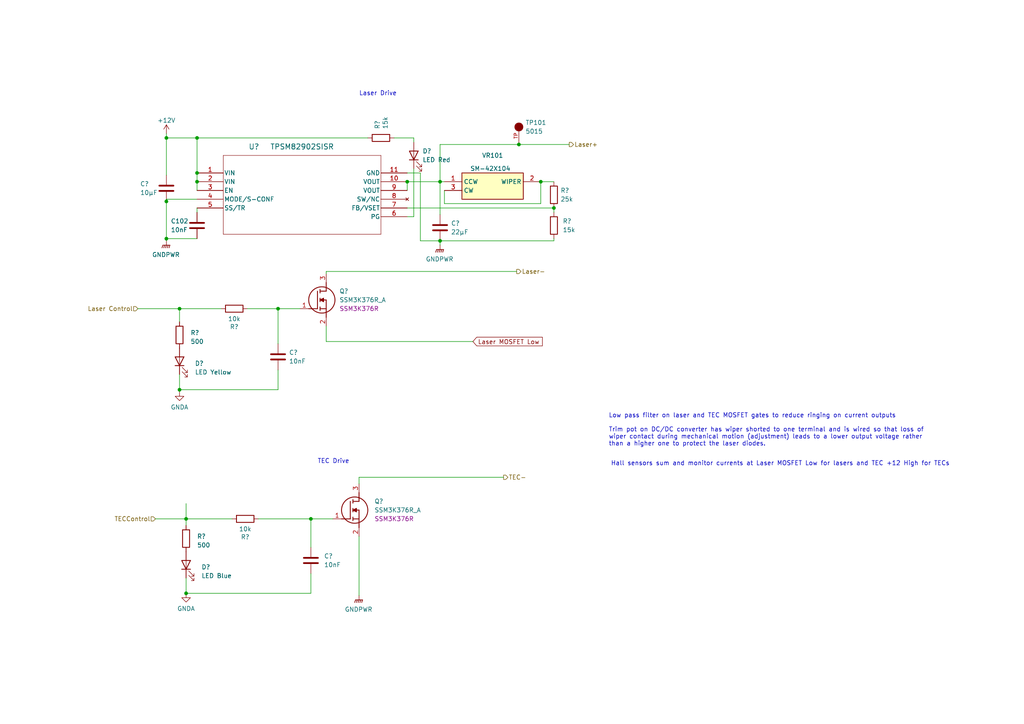
<source format=kicad_sch>
(kicad_sch (version 20230121) (generator eeschema)
  (paper "A4")
  (title_block (rev "NT-0110A"))
  (lib_symbols
    (symbol "Device:C" (pin_numbers hide) (pin_names (offset 0.254))
      (property "Reference" "C" (at 0.635 2.54 0))
      (property "Value" "C" (at 0.635 -2.54 0))
      (symbol "C_0_1"
        (polyline (pts (xy -2.032 -0.762) (xy 2.032 -0.762)) (stroke (width 0.508)))
        (polyline (pts (xy -2.032 0.762) (xy 2.032 0.762)) (stroke (width 0.508)))
      )
      (symbol "C_1_1"
        (pin passive line (at 0 3.81 270) (length 2.794) (name "~") (number "1"))
        (pin passive line (at 0 -3.81 90) (length 2.794) (name "~") (number "2"))
      )
    )
    (symbol "Device:LED" (pin_numbers hide) (pin_names (offset 1.016) hide)
      (property "Reference" "D" (at 0 2.54 0))
      (property "Value" "LED" (at 0 -2.54 0))
      (symbol "LED_0_1"
        (polyline (pts (xy -1.27 -1.27) (xy -1.27 1.27)) (stroke (width 0.254)))
        (polyline (pts (xy -1.27 0) (xy 1.27 0)))
        (polyline (pts (xy 1.27 -1.27) (xy 1.27 1.27) (xy -1.27 0) (xy 1.27 -1.27)) (stroke (width 0.254)))
        (polyline (pts (xy -3.048 -0.762) (xy -4.572 -2.286) (xy -3.81 -2.286) (xy -4.572 -2.286) (xy -4.572 -1.524)))
        (polyline (pts (xy -1.778 -0.762) (xy -3.302 -2.286) (xy -2.54 -2.286) (xy -3.302 -2.286) (xy -3.302 -1.524)))
      )
      (symbol "LED_1_1"
        (pin passive line (at -3.81 0 0) (length 2.54) (name "K") (number "1"))
        (pin passive line (at 3.81 0 180) (length 2.54) (name "A") (number "2"))
      )
    )
    (symbol "Device:R" (pin_numbers hide) (pin_names (offset 0))
      (property "Reference" "R" (at 2.032 0 90))
      (property "Value" "R" (at 0 0 90))
      (symbol "R_0_1"
        (rectangle (start -1.016 -2.54) (end 1.016 2.54) (stroke (width 0.254)))
      )
      (symbol "R_1_1"
        (pin passive line (at 0 3.81 270) (length 1.27) (name "~") (number "1"))
        (pin passive line (at 0 -3.81 90) (length 1.27) (name "~") (number "2"))
      )
    )
    (symbol "Global_Symbol_Library:5015" (pin_names (offset 1.016))
      (property "Reference" "TP" (at -2.54 2.54 0))
      (property "Value" "5015" (at -2.54 -3.81 0))
      (symbol "5015_0_0"
        (circle (center 0 0) (radius 0.635) (stroke (width 1.27)))
        (pin passive line (at -5.08 0 0) (length 5.08) (name "~") (number "TP"))
      )
    )
    (symbol "Global_Symbol_Library:SM-42X104"
      (property "Reference" "VR" (at 24.13 7.62 0))
      (property "Value" "SM-42X104" (at 24.13 5.08 0))
      (symbol "SM-42X104_1_1"
        (rectangle (start 5.08 2.54) (end 22.86 -5.08) (stroke (width 0.254)) (fill (type background)))
        (pin passive line (at 0 0 0) (length 5.08) (name "CCW") (number "1"))
        (pin passive line (at 27.94 0 180) (length 5.08) (name "WIPER") (number "2"))
        (pin passive line (at 0 -2.54 0) (length 5.08) (name "CW") (number "3"))
      )
    )
    (symbol "Global_Symbol_Library:SSM3K376R_A" (pin_names hide)
      (property "Reference" "Q7" (at 10.922 4.6431 0))
      (property "Value" "SSM3K376R_A" (at 10.922 2.1062 0))
      (property "Value_1" "SSM3K376R" (at 10.922 -0.4307 0))
      (symbol "SSM3K376R_A_1_1"
        (polyline (pts (xy 2.54 0) (xy 5.08 0)) (stroke (width 0.254)))
        (polyline (pts (xy 5.08 5.08) (xy 5.08 0)) (stroke (width 0.254)))
        (polyline (pts (xy 5.842 -0.508) (xy 5.842 0.508)) (stroke (width 0.254)))
        (polyline (pts (xy 5.842 0) (xy 7.62 0)) (stroke (width 0.254)))
        (polyline (pts (xy 5.842 2.032) (xy 5.842 3.048)) (stroke (width 0.254)))
        (polyline (pts (xy 5.842 5.588) (xy 5.842 4.572)) (stroke (width 0.254)))
        (polyline (pts (xy 7.62 2.54) (xy 5.842 2.54)) (stroke (width 0.254)))
        (polyline (pts (xy 7.62 2.54) (xy 7.62 -2.54)) (stroke (width 0.254)))
        (polyline (pts (xy 7.62 5.08) (xy 5.842 5.08)) (stroke (width 0.254)))
        (polyline (pts (xy 7.62 5.08) (xy 7.62 7.62)) (stroke (width 0.254)))
        (polyline (pts (xy 5.842 2.54) (xy 6.858 3.048) (xy 6.858 2.032) (xy 5.842 2.54)) (stroke (width 0.254)) (fill (type outline)))
        (circle (center 6.35 2.54) (radius 3.81) (stroke (width 0.254)))
        (pin passive line (at 0 0 0) (length 2.54) (name "G") (number "1"))
        (pin passive line (at 7.62 -5.08 90) (length 2.54) (name "S") (number "2"))
        (pin passive line (at 7.62 10.16 270) (length 2.54) (name "D") (number "3"))
      )
    )
    (symbol "Global_Symbol_Library:TPSM82902SISR_Mod" (pin_names (offset 0.254))
      (property "Reference" "U6" (at 30.48 10.16 0))
      (property "Value" "TPSM82902SISR" (at 30.48 7.62 0))
      (symbol "TPSM82902SISR_Mod_1_1"
        (polyline (pts (xy 7.62 -17.78) (xy 53.34 -17.78)) (stroke (width 0.127)))
        (polyline (pts (xy 7.62 5.08) (xy 7.62 -17.78)) (stroke (width 0.127)))
        (polyline (pts (xy 53.34 -17.78) (xy 53.34 5.08)) (stroke (width 0.127)))
        (polyline (pts (xy 53.34 5.08) (xy 7.62 5.08)) (stroke (width 0.127)))
        (pin power_in line (at 0 0 0) (length 7.62) (name "VIN") (number "1"))
        (pin output line (at 60.96 -2.54 180) (length 7.62) (name "VOUT") (number "10"))
        (pin power_in line (at 60.96 0 180) (length 7.62) (name "GND") (number "11"))
        (pin passive line (at 0 -2.54 0) (length 7.62) (name "VIN") (number "2"))
        (pin input line (at 0 -5.08 0) (length 7.62) (name "EN") (number "3"))
        (pin input line (at 0 -7.62 0) (length 7.62) (name "MODE/S-CONF") (number "4"))
        (pin input line (at 0 -10.16 0) (length 7.62) (name "SS/TR") (number "5"))
        (pin output line (at 60.96 -12.7 180) (length 7.62) (name "PG") (number "6"))
        (pin input line (at 60.96 -10.16 180) (length 7.62) (name "FB/VSET") (number "7"))
        (pin no_connect line (at 60.96 -7.62 180) (length 7.62) (name "SW/NC") (number "8"))
        (pin passive line (at 60.96 -5.08 180) (length 7.62) (name "VOUT") (number "9"))
      )
    )
    (symbol "power:+12V" (power) (pin_names (offset 0))
      (property "Value" "+12V" (at 0 3.556 0))
      (symbol "+12V_0_1"
        (polyline (pts (xy -0.762 1.27) (xy 0 2.54)))
        (polyline (pts (xy 0 0) (xy 0 2.54)))
        (polyline (pts (xy 0 2.54) (xy 0.762 1.27)))
      )
      (symbol "+12V_1_1"
        (pin power_in line (at 0 0 90) (length 0) hide (name "+12V") (number "1"))
      )
    )
    (symbol "power:GNDA" (power) (pin_names (offset 0))
      (property "Value" "GNDA" (at 0 -3.81 0))
      (symbol "GNDA_0_1"
        (polyline (pts (xy 0 0) (xy 0 -1.27) (xy 1.27 -1.27) (xy 0 -2.54) (xy -1.27 -1.27) (xy 0 -1.27)))
      )
      (symbol "GNDA_1_1"
        (pin power_in line (at 0 0 270) (length 0) hide (name "GNDA") (number "1"))
      )
    )
    (symbol "power:GNDPWR" (power) (pin_names (offset 0))
      (property "Value" "GNDPWR" (at 0 -3.302 0))
      (symbol "GNDPWR_0_1"
        (polyline (pts (xy 0 -1.27) (xy 0 0)))
        (polyline (pts (xy -1.016 -1.27) (xy -1.27 -2.032) (xy -1.27 -2.032)) (stroke (width 0.2032)))
        (polyline (pts (xy -0.508 -1.27) (xy -0.762 -2.032) (xy -0.762 -2.032)) (stroke (width 0.2032)))
        (polyline (pts (xy 0 -1.27) (xy -0.254 -2.032) (xy -0.254 -2.032)) (stroke (width 0.2032)))
        (polyline (pts (xy 0.508 -1.27) (xy 0.254 -2.032) (xy 0.254 -2.032)) (stroke (width 0.2032)))
        (polyline (pts (xy 1.016 -1.27) (xy -1.016 -1.27) (xy -1.016 -1.27)) (stroke (width 0.2032)))
        (polyline (pts (xy 1.016 -1.27) (xy 0.762 -2.032) (xy 0.762 -2.032) (xy 0.762 -2.032)) (stroke (width 0.2032)))
      )
      (symbol "GNDPWR_1_1"
        (pin power_in line (at 0 0 270) (length 0) hide (name "GNDPWR") (number "1"))
      )
    )
  )
  (junction (at 52.07 89.535))
  (junction (at 57.15 50.165))
  (junction (at 127.635 52.705))
  (junction (at 52.07 113.03))
  (junction (at 48.26 40.005))
  (junction (at 150.495 41.91))
  (junction (at 53.975 150.495))
  (junction (at 118.11 52.705))
  (junction (at 160.655 60.325))
  (junction (at 57.15 40.005))
  (junction (at 48.26 69.215))
  (junction (at 156.845 52.705))
  (junction (at 57.15 52.705))
  (junction (at 48.26 58.42))
  (junction (at 127.635 69.85))
  (junction (at 80.645 89.535))
  (junction (at 53.975 172.085))
  (junction (at 90.17 150.495))
  (wire (pts (xy 52.07 89.535) (xy 52.07 93.345)))
  (wire (pts (xy 57.15 52.705) (xy 57.15 55.245)))
  (wire (pts (xy 149.86 78.74) (xy 94.615 78.74)))
  (wire (pts (xy 57.15 40.005) (xy 57.15 50.165)))
  (wire (pts (xy 104.14 140.335) (xy 104.14 138.43)))
  (wire (pts (xy 48.26 40.005) (xy 48.26 50.8)))
  (wire (pts (xy 121.92 50.165) (xy 121.92 69.85)))
  (wire (pts (xy 118.11 60.325) (xy 160.655 60.325)))
  (wire (pts (xy 104.14 138.43) (xy 146.05 138.43)))
  (wire (pts (xy 90.17 166.37) (xy 90.17 172.085)))
  (wire (pts (xy 53.975 146.05) (xy 53.975 150.495)))
  (wire (pts (xy 150.495 41.91) (xy 165.1 41.91)))
  (wire (pts (xy 120.015 62.865) (xy 120.015 48.895)))
  (wire (pts (xy 45.085 150.495) (xy 53.975 150.495)))
  (wire (pts (xy 90.17 150.495) (xy 90.17 158.75)))
  (wire (pts (xy 80.645 89.535) (xy 80.645 99.695)))
  (wire (pts (xy 48.26 58.42) (xy 48.26 69.215)))
  (wire (pts (xy 53.975 167.64) (xy 53.975 172.085)))
  (wire (pts (xy 71.755 89.535) (xy 80.645 89.535)))
  (wire (pts (xy 74.93 150.495) (xy 90.17 150.495)))
  (wire (pts (xy 114.3 40.005) (xy 120.015 40.005)))
  (wire (pts (xy 127.635 69.85) (xy 160.655 69.85)))
  (wire (pts (xy 52.07 89.535) (xy 64.135 89.535)))
  (wire (pts (xy 90.17 150.495) (xy 96.52 150.495)))
  (wire (pts (xy 48.26 69.215) (xy 48.26 69.85)))
  (wire (pts (xy 121.92 69.85) (xy 127.635 69.85)))
  (wire (pts (xy 57.15 40.005) (xy 106.68 40.005)))
  (wire (pts (xy 52.07 113.665) (xy 52.07 113.03)))
  (wire (pts (xy 118.11 62.865) (xy 120.015 62.865)))
  (wire (pts (xy 57.15 57.785) (xy 48.26 57.785)))
  (wire (pts (xy 94.615 78.74) (xy 94.615 79.375)))
  (wire (pts (xy 57.15 50.165) (xy 57.15 52.705)))
  (wire (pts (xy 53.975 172.085) (xy 90.17 172.085)))
  (wire (pts (xy 48.26 38.735) (xy 48.26 40.005)))
  (wire (pts (xy 128.905 59.055) (xy 128.905 55.245)))
  (wire (pts (xy 80.645 113.03) (xy 52.07 113.03)))
  (wire (pts (xy 120.015 40.005) (xy 120.015 41.275)))
  (wire (pts (xy 52.07 108.585) (xy 52.07 113.03)))
  (wire (pts (xy 118.11 52.705) (xy 127.635 52.705)))
  (wire (pts (xy 94.615 94.615) (xy 94.615 99.06)))
  (wire (pts (xy 104.14 155.575) (xy 104.14 172.72)))
  (wire (pts (xy 156.845 52.705) (xy 160.655 52.705)))
  (wire (pts (xy 127.635 41.91) (xy 127.635 52.705)))
  (wire (pts (xy 118.11 50.165) (xy 121.92 50.165)))
  (wire (pts (xy 48.26 40.005) (xy 57.15 40.005)))
  (wire (pts (xy 80.645 89.535) (xy 86.995 89.535)))
  (wire (pts (xy 57.15 60.325) (xy 57.15 61.595)))
  (wire (pts (xy 127.635 52.705) (xy 127.635 62.23)))
  (wire (pts (xy 48.26 69.215) (xy 57.15 69.215)))
  (wire (pts (xy 160.655 69.85) (xy 160.655 69.215)))
  (wire (pts (xy 40.005 89.535) (xy 52.07 89.535)))
  (wire (pts (xy 127.635 71.12) (xy 127.635 69.85)))
  (wire (pts (xy 80.645 107.315) (xy 80.645 113.03)))
  (wire (pts (xy 127.635 52.705) (xy 128.905 52.705)))
  (wire (pts (xy 53.975 150.495) (xy 67.31 150.495)))
  (wire (pts (xy 128.905 59.055) (xy 156.845 59.055)))
  (wire (pts (xy 156.845 59.055) (xy 156.845 52.705)))
  (wire (pts (xy 127.635 41.91) (xy 150.495 41.91)))
  (wire (pts (xy 94.615 99.06) (xy 137.16 99.06)))
  (wire (pts (xy 53.975 150.495) (xy 53.975 152.4)))
  (wire (pts (xy 118.11 52.705) (xy 118.11 55.245)))
  (wire (pts (xy 48.26 57.785) (xy 48.26 58.42)))
  (wire (pts (xy 160.655 61.595) (xy 160.655 60.325)))
  (text "TEC Drive" (at 92.075 134.62 0) (effects (font (size 1.27 1.27)) (justify left bottom)))
  (text "Laser Drive" (at 104.14 27.94 0) (effects (font (size 1.27 1.27)) (justify left bottom)))
  (text "Hall sensors sum and monitor currents at Laser MOSFET Low for lasers and TEC +12 High for TECs" (at 177.165 135.255 0) (effects (font (size 1.27 1.27)) (justify left bottom)))
  (text "Low pass filter on laser and TEC MOSFET gates to reduce ringing on current outputs\n\nTrim pot on DC/DC converter has wiper shorted to one terminal and is wired so that loss of \nwiper contact during mechanical motion (adjustment) leads to a lower output voltage rather\nthan a higher one to protect the laser diodes." (at 176.53 129.54 0) (effects (font (size 1.27 1.27)) (justify left bottom)))
  (global_label "Laser MOSFET Low" (shape input) (at 137.16 99.06 0) (property "Intersheetrefs" "${INTERSHEET_REFS}" (effects hide)))
  (hierarchical_label "Laser Control" (shape input) (at 40.005 89.535 180))
  (hierarchical_label "Laser-" (shape output) (at 149.86 78.74 0))
  (hierarchical_label "TECControl" (shape input) (at 45.085 150.495 180))
  (hierarchical_label "TEC-" (shape output) (at 146.05 138.43 0))
  (hierarchical_label "Laser+" (shape output) (at 165.1 41.91 0))
  (symbol (lib_id "Global_Symbol_Library:TPSM82902SISR_Mod") (at 57.15 50.165 0) (unit 1)
    (property "Reference" "U?" (at 73.66 42.545 0) (effects (font (size 1.524 1.524))))
    (property "Value" "TPSM82902SISR" (at 87.63 42.545 0) (effects (font (size 1.524 1.524))))
    (property "Footprint" "Global_Footprint_Library:uSIP11_SIS_TEX_Mod" (effects hide))
    (property "Datasheet" "https://www.ti.com/lit/ds/symlink/tpsm82902.pdf" (effects hide))
    (property "DESCRIPTION" "3-V TO 17-V, 2-A HIGH EFFICIENCY" (effects hide))
    (property "Digikey_Part_Number" "296-TPSM82902SISRCT-ND" (effects hide))
    (property "Manufacturer Part Number" "TPSM82902SISR" (effects hide))
    (property "PRICE" "3.678" (effects hide))
    (property "Manufacturer_Name" "Texas Instruments" (effects hide))
    (instances (project "HSHS Interface Board 0110A" (path "" (reference "U?") (unit 1)) (path "" (reference "U101") (unit 1)) (path "" (reference "U201") (unit 1)) (path "" (reference "U301") (unit 1)) (path "" (reference "U401") (unit 1))))
  )
  (symbol (lib_id "power:GNDPWR") (at 127.635 71.12 0) (unit 1)
    (property "Reference" "#PWR?" (effects hide))
    (property "Value" "GNDPWR" (at 127.508 75.157 0))
    (instances (project "uniboard_hall_sensor_zones_NT_0108A" (path "" (reference "#PWR?") (unit 1))) (project "HSHS Interface Board 0110A" (path "" (reference "#PWR?") (unit 1)) (path "" (reference "#PWR0203") (unit 1)) (path "" (reference "#PWR0303") (unit 1)) (path "" (reference "#PWR0403") (unit 1)) (path "" (reference "#PWR0103") (unit 1))))
  )
  (symbol (lib_id "power:GNDA") (at 53.975 172.085 0) (unit 1)
    (property "Reference" "#PWR?" (effects hide))
    (property "Value" "GNDA" (at 53.975 176.5284 0))
    (instances (project "uniboard_hall_sensor_zones_NT_0108A" (path "" (reference "#PWR?") (unit 1))) (project "HSHS Interface Board 0110A" (path "" (reference "#PWR?") (unit 1)) (path "" (reference "#PWR0205") (unit 1)) (path "" (reference "#PWR0305") (unit 1)) (path "" (reference "#PWR0405") (unit 1)) (path "" (reference "#PWR0105") (unit 1))))
  )
  (symbol (lib_id "Device:R") (at 67.945 89.535 90) (unit 1)
    (property "Reference" "R?" (at 67.945 94.7928 90))
    (property "Value" "10k" (at 67.945 92.4814 90))
    (property "Footprint" "Global_Footprint_Library:R_0603_1608Metric_Small_Font" (effects hide))
    (property "Manufacturer Part Number" "RMCF0603FT10K0" (effects hide))
    (property "Price Unit 1" ".1" (effects hide))
    (property "Description" "RES 499 OHM 1% 1/10W 0603" (effects hide))
    (property "Digikey_Part_Number" "RMCF0603FT10K0CT-ND" (effects hide))
    (property "Digikey_Price/Stock" "https://www.digikey.com/en/products/detail/yageo/RC0603FR-10499RL/14008359" (effects hide))
    (property "Manufacturer_Name" "Yageo" (effects hide))
    (property "Manufacturer_Part_Number" "RC0603FR-10499RL" (effects hide))
    (property "DESCRIPTION" "RES 10K OHM 1% 1/10W 0603" (effects hide))
    (property "PRICE" "0.0075" (effects hide))
    (instances (project "uniboard_hall_sensor_zones_NT_0108A" (path "" (reference "R?") (unit 1)) (path "" (reference "R?") (unit 1)) (path "" (reference "R?") (unit 1)) (path "" (reference "R?") (unit 1)) (path "" (reference "R?") (unit 1)) (path "" (reference "R?") (unit 1)) (path "" (reference "R?") (unit 1)) (path "" (reference "R?") (unit 1))) (project "HSHS Interface Board 0110A" (path "" (reference "R?") (unit 1)) (path "" (reference "R104") (unit 1)) (path "" (reference "R204") (unit 1)) (path "" (reference "R304") (unit 1)) (path "" (reference "R404") (unit 1))))
  )
  (symbol (lib_id "Device:C") (at 48.26 54.61 0) (unit 1)
    (property "Reference" "C?" (at 40.64 53.34 0) (effects (justify left)))
    (property "Value" "10µF" (at 40.64 55.88 0) (effects (justify left)))
    (property "Footprint" "Capacitor_SMD:C_0805_2012Metric" (effects hide))
    (property "Digikey_Part_Number" "1276-1096-1-ND" (effects hide))
    (property "DESCRIPTION" "CAP CER 10UF 16V X5R 0805" (effects hide))
    (property "Manufacturer Part Number" "CL21A106KOQNNNE" (effects hide))
    (property "PRICE" "0.07" (effects hide))
    (instances (project "HSHS Interface Board 0110A" (path "" (reference "C?") (unit 1)) (path "" (reference "C101") (unit 1)) (path "" (reference "C201") (unit 1)) (path "" (reference "C301") (unit 1)) (path "" (reference "C401") (unit 1))))
  )
  (symbol (lib_id "power:+12V") (at 48.26 38.735 0) (unit 1)
    (property "Reference" "#PWR?" (effects hide))
    (property "Value" "+12V" (at 48.26 34.925 0))
    (instances (project "HSHS Interface Board 0110A" (path "" (reference "#PWR?") (unit 1)) (path "" (reference "#PWR0201") (unit 1)) (path "" (reference "#PWR0301") (unit 1)) (path "" (reference "#PWR0401") (unit 1)) (path "" (reference "#PWR0101") (unit 1))))
  )
  (symbol (lib_id "power:GNDPWR") (at 104.14 172.72 0) (unit 1)
    (property "Reference" "#PWR?" (effects hide))
    (property "Value" "GNDPWR" (at 104.013 176.757 0))
    (instances (project "uniboard_hall_sensor_zones_NT_0108A" (path "" (reference "#PWR?") (unit 1))) (project "HSHS Interface Board 0110A" (path "" (reference "#PWR?") (unit 1)) (path "" (reference "#PWR0206") (unit 1)) (path "" (reference "#PWR0306") (unit 1)) (path "" (reference "#PWR0406") (unit 1)) (path "" (reference "#PWR0106") (unit 1))))
  )
  (symbol (lib_id "Device:R") (at 71.12 150.495 90) (unit 1)
    (property "Reference" "R?" (at 71.12 155.7528 90))
    (property "Value" "10k" (at 71.12 153.4414 90))
    (property "Footprint" "Global_Footprint_Library:R_0603_1608Metric_Small_Font" (effects hide))
    (property "Manufacturer Part Number" "RMCF0603FT10K0" (effects hide))
    (property "Price Unit 1" ".1" (effects hide))
    (property "Description" "RES 499 OHM 1% 1/10W 0603" (effects hide))
    (property "Digikey_Part_Number" "RMCF0603FT10K0CT-ND" (effects hide))
    (property "Digikey_Price/Stock" "https://www.digikey.com/en/products/detail/yageo/RC0603FR-10499RL/14008359" (effects hide))
    (property "Manufacturer_Name" "Yageo" (effects hide))
    (property "Manufacturer_Part_Number" "RC0603FR-10499RL" (effects hide))
    (property "DESCRIPTION" "RES 10K OHM 1% 1/10W 0603" (effects hide))
    (property "PRICE" "0.0075" (effects hide))
    (instances (project "uniboard_hall_sensor_zones_NT_0108A" (path "" (reference "R?") (unit 1)) (path "" (reference "R?") (unit 1)) (path "" (reference "R?") (unit 1)) (path "" (reference "R?") (unit 1)) (path "" (reference "R?") (unit 1)) (path "" (reference "R?") (unit 1)) (path "" (reference "R?") (unit 1)) (path "" (reference "R?") (unit 1))) (project "HSHS Interface Board 0110A" (path "" (reference "R?") (unit 1)) (path "" (reference "R106") (unit 1)) (path "" (reference "R206") (unit 1)) (path "" (reference "R306") (unit 1)) (path "" (reference "R406") (unit 1))))
  )
  (symbol (lib_id "Device:R") (at 110.49 40.005 90) (unit 1)
    (property "Reference" "R?" (at 109.4486 37.465 0) (effects (justify left)))
    (property "Value" "15k" (at 111.76 37.465 0) (effects (justify left)))
    (property "Footprint" "Global_Footprint_Library:R_0603_1608Metric_Small_Font" (effects hide))
    (property "Description" "RES 2.2K OHM 1% 1/10W 0603" (effects hide))
    (property "Manufacturer Part Number" "RC0603FR-0715KL" (effects hide))
    (property "Price Unit 1" ".1" (effects hide))
    (property "Digikey_Part_Number" "311-15.0KHRCT-ND" (effects hide))
    (property "Digikey_Price/Stock" "https://www.digikey.com/en/products/detail/yageo/RC0603FR-132K2L/13694214" (effects hide))
    (property "Manufacturer_Name" "Yageo" (effects hide))
    (property "Manufacturer_Part_Number" "RC0603FR-132K2L" (effects hide))
    (property "DESCRIPTION" "RES 15K OHM 1% 1/10W 0603" (effects hide))
    (property "PRICE" "0.0093" (effects hide))
    (instances (project "uniboard_hall_sensor_zones_NT_0108A" (path "" (reference "R?") (unit 1))) (project "HSHS Interface Board 0110A" (path "" (reference "R?") (unit 1)) (path "" (reference "R201") (unit 1)) (path "" (reference "R301") (unit 1)) (path "" (reference "R401") (unit 1)) (path "" (reference "R101") (unit 1))))
  )
  (symbol (lib_id "Device:C") (at 90.17 162.56 0) (unit 1)
    (property "Reference" "C?" (at 93.98 161.29 0) (effects (justify left)))
    (property "Value" "10nF" (at 93.98 163.83 0) (effects (justify left)))
    (property "Footprint" "Global_Footprint_Library:C_0603_1608Metric_Small_Font" (effects hide))
    (property "Digikey_Part_Number" "399-C0603C103K3RAC7867CT-ND" (effects hide))
    (property "DESCRIPTION" "CAP CER 10000PF 25V X7R 0603" (effects hide))
    (property "Manufacturer Part Number" "C0603C103K3RAC7867" (effects hide))
    (property "PRICE" "0.0263" (effects hide))
    (instances (project "HSHS Interface Board 0110A" (path "" (reference "C?") (unit 1)) (path "" (reference "C105") (unit 1)) (path "" (reference "C205") (unit 1)) (path "" (reference "C305") (unit 1)) (path "" (reference "C405") (unit 1))))
  )
  (symbol (lib_id "Device:R") (at 52.07 97.155 0) (unit 1)
    (property "Reference" "R?" (at 55.245 96.5231 0) (effects (justify left)))
    (property "Value" "500" (at 55.245 99.06 0) (effects (justify left)))
    (property "Footprint" "Global_Footprint_Library:R_0603_1608Metric_Small_Font" (effects hide))
    (property "Description" "RES 499 OHM 1% 1/10W 0603" (effects hide))
    (property "Digikey_Part_Number" "13-RC0603FR-10499RLCT-ND" (effects hide))
    (property "Digikey_Price/Stock" "https://www.digikey.com/en/products/detail/yageo/RC0603FR-10499RL/14008359" (effects hide))
    (property "Manufacturer_Name" "Yageo" (effects hide))
    (property "Manufacturer_Part_Number" "RC0603FR-10499RL" (effects hide))
    (property "Price Unit 1" ".1" (effects hide))
    (property "DESCRIPTION" "RES 499 OHM 1% 1/10W 0603" (effects hide))
    (property "Manufacturer Part Number" "RC0603FR-10499RL" (effects hide))
    (property "PRICE" "0.0112" (effects hide))
    (instances (project "uniboard_hall_sensor_zones_NT_0108A" (path "" (reference "R?") (unit 1))) (project "HSHS Interface Board 0110A" (path "" (reference "R?") (unit 1)) (path "" (reference "R205") (unit 1)) (path "" (reference "R305") (unit 1)) (path "" (reference "R405") (unit 1)) (path "" (reference "R105") (unit 1))))
  )
  (symbol (lib_id "Device:R") (at 160.655 65.405 0) (unit 1)
    (property "Reference" "R?" (at 163.195 64.135 0) (effects (justify left)))
    (property "Value" "15k" (at 163.195 66.675 0) (effects (justify left)))
    (property "Footprint" "Global_Footprint_Library:R_0603_1608Metric_Small_Font" (effects hide))
    (property "DESCRIPTION" "RES 15K OHM 1% 1/10W 0603" (effects hide))
    (property "Digikey_Part_Number" "311-15.0KHRCT-ND" (effects hide))
    (property "Manufacturer Part Number" "RC0603FR-0715KL" (effects hide))
    (property "PRICE" "0.0093" (effects hide))
    (instances (project "HSHS Interface Board 0110A" (path "" (reference "R?") (unit 1)) (path "" (reference "R103") (unit 1)) (path "" (reference "R203") (unit 1)) (path "" (reference "R303") (unit 1)) (path "" (reference "R403") (unit 1))))
  )
  (symbol (lib_id "Global_Symbol_Library:SM-42X104") (at 128.905 52.705 0) (unit 1)
    (property "Reference" "VR101" (at 142.875 45.085 0))
    (property "Value" "SM-42X104" (at 142.24 48.895 0))
    (property "Footprint" "Global_Footprint_Library:SM42X104_Smaller_Courtyard" (effects hide))
    (property "Datasheet" "https://www.nidec-copal-electronics.com/j/catalog/trimmer/sm-42&sm-43.pdf" (effects hide))
    (property "Height" "5.6" (effects hide))
    (property "Manufacturer_Name" "NIDEC COPAL" (effects hide))
    (property "Manufacturer_Part_Number" "SM-42X104" (effects hide))
    (property "Mouser Part Number" "229-SM-42X104" (effects hide))
    (property "Mouser Price/Stock" "https://www.mouser.co.uk/ProductDetail/Nidec-Copal/SM-42X104?qs=XeJtXLiO41RrA2qtCLniIg%3D%3D" (effects hide))
    (property "DESCRIPTION" "TRIMMER 100K OHM 0.25W GW TOP" (effects hide))
    (property "Digikey_Part_Number" "SM-42TX104CT-ND" (effects hide))
    (property "Manufacturer Part Number" "SM-42TX104" (effects hide))
    (property "PRICE" "3.874" (effects hide))
    (instances (project "HSHS Interface Board 0110A" (path "" (reference "VR101") (unit 1)) (path "" (reference "VR201") (unit 1)) (path "" (reference "VR301") (unit 1)) (path "" (reference "VR401") (unit 1))))
  )
  (symbol (lib_id "Device:C") (at 80.645 103.505 0) (unit 1)
    (property "Reference" "C?" (at 83.82 102.235 0) (effects (justify left)))
    (property "Value" "10nF" (at 83.82 104.775 0) (effects (justify left)))
    (property "Footprint" "Global_Footprint_Library:C_0603_1608Metric_Small_Font" (effects hide))
    (property "Digikey_Part_Number" "399-C0603C103K3RAC7867CT-ND" (effects hide))
    (property "DESCRIPTION" "CAP CER 10000PF 25V X7R 0603" (effects hide))
    (property "Manufacturer Part Number" "C0603C103K3RAC7867" (effects hide))
    (property "PRICE" "0.0263" (effects hide))
    (instances (project "HSHS Interface Board 0110A" (path "" (reference "C?") (unit 1)) (path "" (reference "C104") (unit 1)) (path "" (reference "C204") (unit 1)) (path "" (reference "C304") (unit 1)) (path "" (reference "C404") (unit 1))))
  )
  (symbol (lib_id "Device:LED") (at 53.975 163.83 90) (unit 1)
    (property "Reference" "D?" (at 58.42 164.4681 90) (effects (justify right)))
    (property "Value" "LED Blue" (at 58.42 167.005 90) (effects (justify right)))
    (property "Footprint" "Global_Footprint_Library:AA1608 Generic Kingbrite LED" (effects hide))
    (property "Datasheet" "https://www.kingbrightusa.com/images/catalog/SPEC/AA1608QBS-D-10MAV.pdf" (effects hide))
    (property "Description" "1.6X0.8MM BLUE SMD LED" (effects hide))
    (property "Digikey_Part_Number" "754-AA1608QBS/D-10MAVCT-ND" (effects hide))
    (property "Digikey_Price/Stock" "https://www.digikey.com/en/products/detail/kingbright/AA1608QBS-D-10MAV/13997416?s=N4IgTCBcDaIOwFYAsBaAgmgjANgAwA4BFAIQGUB6AERU1wFk0A1AYQBUUA5SkAXQF8gA" (effects hide))
    (property "Manufacturer_Name" "Kingbright" (effects hide))
    (property "Manufacturer_Part_Number" "AA1608QBS/D-10MAV" (effects hide))
    (property "Price Unit 1" "0.51" (effects hide))
    (property "DESCRIPTION" "LED BLUE CLEAR 0603 SMD" (effects hide))
    (property "Manufacturer Part Number" "AA1608QBS/D-10MAV" (effects hide))
    (property "PRICE" "0.315" (effects hide))
    (instances (project "uniboard_hall_sensor_zones_NT_0108A" (path "" (reference "D?") (unit 1))) (project "HSHS Interface Board 0110A" (path "" (reference "D?") (unit 1)) (path "" (reference "D203") (unit 1)) (path "" (reference "D303") (unit 1)) (path "" (reference "D403") (unit 1)) (path "" (reference "D103") (unit 1))))
  )
  (symbol (lib_id "Device:C") (at 57.15 65.405 0) (unit 1)
    (property "Reference" "C102" (at 49.53 64.135 0) (effects (justify left)))
    (property "Value" "10nF" (at 49.53 66.675 0) (effects (justify left)))
    (property "Footprint" "Global_Footprint_Library:C_0603_1608Metric_Small_Font" (effects hide))
    (property "Digikey_Part_Number" "399-C0603C103K3RAC7867CT-ND" (effects hide))
    (property "DESCRIPTION" "CAP CER 10000PF 25V X7R 0603" (effects hide))
    (property "Manufacturer Part Number" "C0603C103K3RAC7867" (effects hide))
    (property "PRICE" "0.0263" (effects hide))
    (instances (project "HSHS Interface Board 0110A" (path "" (reference "C102") (unit 1)) (path "" (reference "C202") (unit 1)) (path "" (reference "C302") (unit 1)) (path "" (reference "C402") (unit 1))))
  )
  (symbol (lib_id "Global_Symbol_Library:SSM3K376R_A") (at 86.995 89.535 0) (unit 1)
    (property "Reference" "Q?" (at 98.425 84.455 0) (effects (justify left)))
    (property "Value" "SSM3K376R_A" (at 98.425 86.995 0) (effects (justify left)))
    (property "Footprint" "Global_Footprint_Library:SSM3K376R_Mod_A" (effects hide))
    (property "Datasheet" "https://toshiba.semicon-storage.com/info/SSM3K376R_datasheet_en_20210528.pdf?did=60463&prodName=SSM3K376R" (effects hide))
    (property "Value_1" "SSM3K376R" (at 98.425 89.535 0) (effects (justify left)))
    (property "Footprint_1" "SOTFL95P240X88-3N" (effects hide))
    (property "Datasheet_1" "https://toshiba.semicon-storage.com/info/docget.jsp?did=60463&prodName=SSM3K376R" (effects hide))
    (property "Height" ".8" (effects hide))
    (property "Manufacturer_Name" "Toshiba Semiconductor and Storage" (effects hide))
    (property "Manufacturer_Part_Number" "SSM3K376R,LF" (effects hide))
    (property "Description" "MOSFET N-CH 30V 4A SOT23F" (effects hide))
    (property "Digikey_Part_Number" "SSM3K376RLFTR-ND" (effects hide))
    (property "Digikey_Price/Stock" "https://www.digikey.com/en/products/detail/toshiba-semiconductor-and-storage/SSM3K376R-LF/9472331" (effects hide))
    (property "Price Unit 1" ".43" (effects hide))
    (property "Vendor Web Page" "https://toshiba.semicon-storage.com/us/semiconductor/product/mosfets/detail.SSM3K376R.html" (effects hide))
    (property "DESCRIPTION" "MOSFET N-CH 30V 4A SOT23F" (effects hide))
    (property "Manufacturer Part Number" "SSM3K376R,LF" (effects hide))
    (property "PRICE" "0.289" (effects hide))
    (instances (project "uniboard_hall_sensor_zones_NT_0108A" (path "" (reference "Q?") (unit 1)) (path "" (reference "Q?") (unit 1)) (path "" (reference "Q?") (unit 1)) (path "" (reference "Q?") (unit 1)) (path "" (reference "Q?") (unit 1)) (path "" (reference "Q?") (unit 1)) (path "" (reference "Q?") (unit 1)) (path "" (reference "Q?") (unit 1))) (project "HSHS Interface Board 0110A" (path "" (reference "Q?") (unit 1)) (path "" (reference "Q101") (unit 1)) (path "" (reference "Q201") (unit 1)) (path "" (reference "Q301") (unit 1)) (path "" (reference "Q401") (unit 1))))
  )
  (symbol (lib_id "power:GNDPWR") (at 48.26 69.85 0) (unit 1)
    (property "Reference" "#PWR?" (effects hide))
    (property "Value" "GNDPWR" (at 48.133 73.887 0))
    (instances (project "uniboard_hall_sensor_zones_NT_0108A" (path "" (reference "#PWR?") (unit 1))) (project "HSHS Interface Board 0110A" (path "" (reference "#PWR?") (unit 1)) (path "" (reference "#PWR0202") (unit 1)) (path "" (reference "#PWR0302") (unit 1)) (path "" (reference "#PWR0402") (unit 1)) (path "" (reference "#PWR0102") (unit 1))))
  )
  (symbol (lib_id "Device:LED") (at 120.015 45.085 90) (unit 1)
    (property "Reference" "D?" (at 122.555 43.8181 90) (effects (justify right)))
    (property "Value" "LED Red" (at 122.555 46.355 90) (effects (justify right)))
    (property "Footprint" "Global_Footprint_Library:AA1608 Generic Kingbrite LED" (effects hide))
    (property "Datasheet" "https://www.kingbrightusa.com/images/catalog/SPEC/AA1608SURSK.pdf" (effects hide))
    (property "Description" "1.6X0.8MM BLUE SMD LED" (effects hide))
    (property "Digikey_Part_Number" "754-AA1608SURSKCT-ND" (effects hide))
    (property "Digikey_Price/Stock" "https://www.digikey.com/en/products/detail/kingbright/AA1608QBS-D-10MAV/13997416?s=N4IgTCBcDaIOwFYAsBaAgmgjANgAwA4BFAIQGUB6AERU1wFk0A1AYQBUUA5SkAXQF8gA" (effects hide))
    (property "Manufacturer_Name" "Kingbright" (effects hide))
    (property "Manufacturer_Part_Number" "AA1608QBS/D-10MAV" (effects hide))
    (property "Price Unit 1" "0.51" (effects hide))
    (property "DESCRIPTION" "LED RED CLEAR 0603 SMD" (effects hide))
    (property "Manufacturer Part Number" "AA1608SURSK" (effects hide))
    (property "PRICE" "0.315" (effects hide))
    (instances (project "uniboard_hall_sensor_zones_NT_0108A" (path "" (reference "D?") (unit 1))) (project "HSHS Interface Board 0110A" (path "" (reference "D?") (unit 1)) (path "" (reference "D201") (unit 1)) (path "" (reference "D301") (unit 1)) (path "" (reference "D401") (unit 1)) (path "" (reference "D101") (unit 1))))
  )
  (symbol (lib_id "Device:R") (at 53.975 156.21 0) (unit 1)
    (property "Reference" "R?" (at 57.15 155.5781 0) (effects (justify left)))
    (property "Value" "500" (at 57.15 158.115 0) (effects (justify left)))
    (property "Footprint" "Global_Footprint_Library:R_0603_1608Metric_Small_Font" (effects hide))
    (property "Description" "RES 499 OHM 1% 1/10W 0603" (effects hide))
    (property "Digikey_Part_Number" "13-RC0603FR-10499RLCT-ND" (effects hide))
    (property "Digikey_Price/Stock" "https://www.digikey.com/en/products/detail/yageo/RC0603FR-10499RL/14008359" (effects hide))
    (property "Manufacturer_Name" "Yageo" (effects hide))
    (property "Manufacturer_Part_Number" "RC0603FR-10499RL" (effects hide))
    (property "Price Unit 1" ".1" (effects hide))
    (property "DESCRIPTION" "RES 499 OHM 1% 1/10W 0603" (effects hide))
    (property "Manufacturer Part Number" "RC0603FR-10499RL" (effects hide))
    (property "PRICE" "0.0112" (effects hide))
    (instances (project "uniboard_hall_sensor_zones_NT_0108A" (path "" (reference "R?") (unit 1))) (project "HSHS Interface Board 0110A" (path "" (reference "R?") (unit 1)) (path "" (reference "R207") (unit 1)) (path "" (reference "R307") (unit 1)) (path "" (reference "R407") (unit 1)) (path "" (reference "R107") (unit 1))))
  )
  (symbol (lib_id "power:GNDA") (at 52.07 113.665 0) (unit 1)
    (property "Reference" "#PWR?" (effects hide))
    (property "Value" "GNDA" (at 52.07 118.1084 0))
    (instances (project "uniboard_hall_sensor_zones_NT_0108A" (path "" (reference "#PWR?") (unit 1))) (project "HSHS Interface Board 0110A" (path "" (reference "#PWR?") (unit 1)) (path "" (reference "#PWR0204") (unit 1)) (path "" (reference "#PWR0304") (unit 1)) (path "" (reference "#PWR0404") (unit 1)) (path "" (reference "#PWR0104") (unit 1))))
  )
  (symbol (lib_id "Global_Symbol_Library:SSM3K376R_A") (at 96.52 150.495 0) (unit 1)
    (property "Reference" "Q?" (at 108.585 145.415 0) (effects (justify left)))
    (property "Value" "SSM3K376R_A" (at 108.585 147.955 0) (effects (justify left)))
    (property "Footprint" "Global_Footprint_Library:SSM3K376R_Mod_A" (effects hide))
    (property "Datasheet" "https://toshiba.semicon-storage.com/info/SSM3K376R_datasheet_en_20210528.pdf?did=60463&prodName=SSM3K376R" (effects hide))
    (property "Value_1" "SSM3K376R" (at 108.585 150.495 0) (effects (justify left)))
    (property "Footprint_1" "SOTFL95P240X88-3N" (effects hide))
    (property "Datasheet_1" "https://toshiba.semicon-storage.com/info/docget.jsp?did=60463&prodName=SSM3K376R" (effects hide))
    (property "Height" ".8" (effects hide))
    (property "Manufacturer_Name" "Toshiba Semiconductor and Storage" (effects hide))
    (property "Manufacturer_Part_Number" "SSM3K376R,LF" (effects hide))
    (property "Description" "MOSFET N-CH 30V 4A SOT23F" (effects hide))
    (property "Digikey_Part_Number" "SSM3K376RLFTR-ND" (effects hide))
    (property "Digikey_Price/Stock" "https://www.digikey.com/en/products/detail/toshiba-semiconductor-and-storage/SSM3K376R-LF/9472331" (effects hide))
    (property "Price Unit 1" ".43" (effects hide))
    (property "Vendor Web Page" "https://toshiba.semicon-storage.com/us/semiconductor/product/mosfets/detail.SSM3K376R.html" (effects hide))
    (property "DESCRIPTION" "MOSFET N-CH 30V 4A SOT23F" (effects hide))
    (property "Manufacturer Part Number" "SSM3K376R,LF" (effects hide))
    (property "PRICE" "0.289" (effects hide))
    (instances (project "uniboard_hall_sensor_zones_NT_0108A" (path "" (reference "Q?") (unit 1)) (path "" (reference "Q?") (unit 1)) (path "" (reference "Q?") (unit 1)) (path "" (reference "Q?") (unit 1)) (path "" (reference "Q?") (unit 1)) (path "" (reference "Q?") (unit 1)) (path "" (reference "Q?") (unit 1)) (path "" (reference "Q?") (unit 1))) (project "HSHS Interface Board 0110A" (path "" (reference "Q?") (unit 1)) (path "" (reference "Q102") (unit 1)) (path "" (reference "Q202") (unit 1)) (path "" (reference "Q302") (unit 1)) (path "" (reference "Q402") (unit 1))))
  )
  (symbol (lib_id "Device:C") (at 127.635 66.04 0) (unit 1)
    (property "Reference" "C?" (at 130.81 64.77 0) (effects (justify left)))
    (property "Value" "22µF" (at 130.81 67.31 0) (effects (justify left)))
    (property "Footprint" "Capacitor_SMD:C_0805_2012Metric" (effects hide))
    (property "Digikey_Part_Number" "445-14560-1-ND" (effects hide))
    (property "DESCRIPTION" "CAP CER 22UF 10V X7S 0805" (effects hide))
    (property "Manufacturer Part Number" "C2012X7S1A226M125AC" (effects hide))
    (property "PRICE" "0.462" (effects hide))
    (instances (project "HSHS Interface Board 0110A" (path "" (reference "C?") (unit 1)) (path "" (reference "C103") (unit 1)) (path "" (reference "C203") (unit 1)) (path "" (reference "C303") (unit 1)) (path "" (reference "C403") (unit 1))))
  )
  (symbol (lib_id "Global_Symbol_Library:5015") (at 150.495 36.83 90) (unit 1)
    (property "Reference" "TP101" (at 152.4 35.56 90) (effects (justify right)))
    (property "Value" "5015" (at 152.4 38.1 90) (effects (justify right)))
    (property "Footprint" "Global_Footprint_Library:KEYSTONE_5015" (effects hide))
    (property "Datasheet" "https://www.keyelco.com/userAssets/file/M65p55.pdf" (effects hide))
    (property "MF" "Keystone Electronics" (effects hide))
    (property "DESCRIPTION" "SMT Test Point- Micro Miniature-1000 pc Reels" (effects hide))
    (property "PACKAGE" "None" (effects hide))
    (property "PRICE" "0.3684" (effects hide))
    (property "MP" "5015" (effects hide))
    (property "AVAILABILITY" "In Stock" (effects hide))
    (property "PURCHASE-URL" "https://pricing.snapeda.com/search/part/5015/?ref=eda" (effects hide))
    (property "Digikey_Part_Number" "36-5015CT-ND" (effects hide))
    (property "Manufacturer Part Number" "5015" (effects hide))
    (property "Manufacturer_Name" "Keystone Electronics" (effects hide))
    (instances (project "HSHS Interface Board 0110A" (path "" (reference "TP101") (unit 1)) (path "" (reference "TP201") (unit 1)) (path "" (reference "TP301") (unit 1)) (path "" (reference "TP401") (unit 1))))
  )
  (symbol (lib_id "Device:LED") (at 52.07 104.775 90) (unit 1)
    (property "Reference" "D?" (at 56.515 105.4131 90) (effects (justify right)))
    (property "Value" "LED Yellow" (at 56.515 107.95 90) (effects (justify right)))
    (property "Footprint" "Global_Footprint_Library:AA1608 Generic Kingbrite LED" (effects hide))
    (property "Datasheet" "https://www.kingbrightusa.com/images/catalog/SPEC/AA1608SYSK.pdf" (effects hide))
    (property "Description" "1.6X0.8MM BLUE SMD LED" (effects hide))
    (property "Digikey_Part_Number" "754-AA1608SYSKCT-ND" (effects hide))
    (property "Digikey_Price/Stock" "https://www.digikey.com/en/products/detail/kingbright/AA1608QBS-D-10MAV/13997416?s=N4IgTCBcDaIOwFYAsBaAgmgjANgAwA4BFAIQGUB6AERU1wFk0A1AYQBUUA5SkAXQF8gA" (effects hide))
    (property "Manufacturer_Name" "Kingbright" (effects hide))
    (property "Manufacturer_Part_Number" "AA1608QBS/D-10MAV" (effects hide))
    (property "Price Unit 1" "0.51" (effects hide))
    (property "DESCRIPTION" "LED YELLOW CLEAR 0603 SMD" (effects hide))
    (property "Manufacturer Part Number" "AA1608SYSK" (effects hide))
    (property "PRICE" "0.315" (effects hide))
    (instances (project "uniboard_hall_sensor_zones_NT_0108A" (path "" (reference "D?") (unit 1))) (project "HSHS Interface Board 0110A" (path "" (reference "D?") (unit 1)) (path "" (reference "D202") (unit 1)) (path "" (reference "D302") (unit 1)) (path "" (reference "D402") (unit 1)) (path "" (reference "D102") (unit 1))))
  )
  (symbol (lib_id "Device:R") (at 160.655 56.515 180) (unit 1)
    (property "Reference" "R?" (at 162.56 55.245 0) (effects (justify right)))
    (property "Value" "25k" (at 162.56 57.785 0) (effects (justify right)))
    (property "Footprint" "Global_Footprint_Library:R_0603_1608Metric_Small_Font" (effects hide))
    (property "DESCRIPTION" "RES SMD 24.9K OHM 1% 1/10W 0603" (effects hide))
    (property "Digikey_Part_Number" "P24.9KHCT-ND" (effects hide))
    (property "Manufacturer Part Number" "ERJ-3EKF2492V" (effects hide))
    (property "PRICE" "0.0194" (effects hide))
    (instances (project "HSHS Interface Board 0110A" (path "" (reference "R?") (unit 1)) (path "" (reference "R102") (unit 1)) (path "" (reference "R202") (unit 1)) (path "" (reference "R302") (unit 1)) (path "" (reference "R402") (unit 1))))
  )
)
</source>
